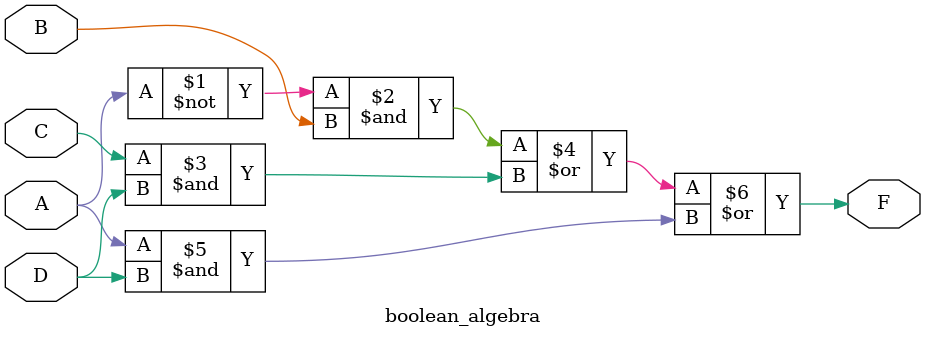
<source format=v>
					module boolean_algebra(
					input wire A,
					input wire B,
					input wire C,
					input wire D,
					output wire F
					);

					assign F = (~A & B) | (C & D) | (A & D);

					endmodule
</source>
